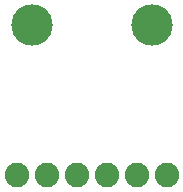
<source format=gbr>
G04 EAGLE Gerber RS-274X export*
G75*
%MOMM*%
%FSLAX34Y34*%
%LPD*%
%INSoldermask Bottom*%
%IPPOS*%
%AMOC8*
5,1,8,0,0,1.08239X$1,22.5*%
G01*
%ADD10C,2.082800*%
%ADD11C,3.505200*%


D10*
X12700Y12700D03*
X38100Y12700D03*
X63500Y12700D03*
X88900Y12700D03*
X114300Y12700D03*
X139700Y12700D03*
D11*
X127000Y139700D03*
X25400Y139700D03*
M02*

</source>
